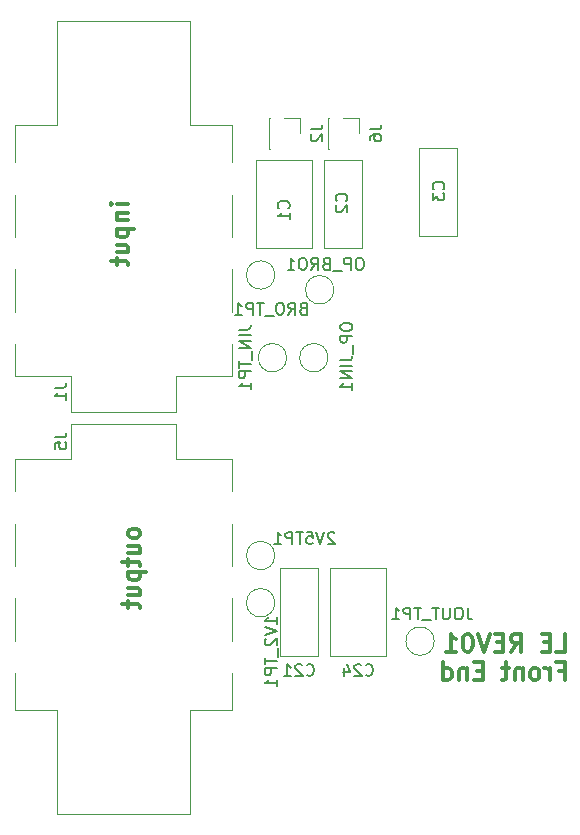
<source format=gbr>
%TF.GenerationSoftware,KiCad,Pcbnew,9.0.4*%
%TF.CreationDate,2025-09-24T19:41:08-07:00*%
%TF.ProjectId,LE_FRONTEND,4c455f46-524f-44e5-9445-4e442e6b6963,rev?*%
%TF.SameCoordinates,Original*%
%TF.FileFunction,Legend,Bot*%
%TF.FilePolarity,Positive*%
%FSLAX46Y46*%
G04 Gerber Fmt 4.6, Leading zero omitted, Abs format (unit mm)*
G04 Created by KiCad (PCBNEW 9.0.4) date 2025-09-24 19:41:08*
%MOMM*%
%LPD*%
G01*
G04 APERTURE LIST*
%ADD10C,0.300000*%
%ADD11C,0.150000*%
%ADD12C,0.120000*%
%ADD13R,1.700000X1.700000*%
%ADD14C,1.700000*%
%ADD15C,1.600000*%
%ADD16C,3.000000*%
%ADD17C,2.000000*%
G04 APERTURE END LIST*
D10*
X112531203Y-157385912D02*
X113245489Y-157385912D01*
X113245489Y-157385912D02*
X113245489Y-155885912D01*
X112031203Y-156600198D02*
X111531203Y-156600198D01*
X111316917Y-157385912D02*
X112031203Y-157385912D01*
X112031203Y-157385912D02*
X112031203Y-155885912D01*
X112031203Y-155885912D02*
X111316917Y-155885912D01*
X108674060Y-157385912D02*
X109174060Y-156671626D01*
X109531203Y-157385912D02*
X109531203Y-155885912D01*
X109531203Y-155885912D02*
X108959774Y-155885912D01*
X108959774Y-155885912D02*
X108816917Y-155957341D01*
X108816917Y-155957341D02*
X108745488Y-156028769D01*
X108745488Y-156028769D02*
X108674060Y-156171626D01*
X108674060Y-156171626D02*
X108674060Y-156385912D01*
X108674060Y-156385912D02*
X108745488Y-156528769D01*
X108745488Y-156528769D02*
X108816917Y-156600198D01*
X108816917Y-156600198D02*
X108959774Y-156671626D01*
X108959774Y-156671626D02*
X109531203Y-156671626D01*
X108031203Y-156600198D02*
X107531203Y-156600198D01*
X107316917Y-157385912D02*
X108031203Y-157385912D01*
X108031203Y-157385912D02*
X108031203Y-155885912D01*
X108031203Y-155885912D02*
X107316917Y-155885912D01*
X106888345Y-155885912D02*
X106388345Y-157385912D01*
X106388345Y-157385912D02*
X105888345Y-155885912D01*
X105102631Y-155885912D02*
X104959774Y-155885912D01*
X104959774Y-155885912D02*
X104816917Y-155957341D01*
X104816917Y-155957341D02*
X104745489Y-156028769D01*
X104745489Y-156028769D02*
X104674060Y-156171626D01*
X104674060Y-156171626D02*
X104602631Y-156457341D01*
X104602631Y-156457341D02*
X104602631Y-156814484D01*
X104602631Y-156814484D02*
X104674060Y-157100198D01*
X104674060Y-157100198D02*
X104745489Y-157243055D01*
X104745489Y-157243055D02*
X104816917Y-157314484D01*
X104816917Y-157314484D02*
X104959774Y-157385912D01*
X104959774Y-157385912D02*
X105102631Y-157385912D01*
X105102631Y-157385912D02*
X105245489Y-157314484D01*
X105245489Y-157314484D02*
X105316917Y-157243055D01*
X105316917Y-157243055D02*
X105388346Y-157100198D01*
X105388346Y-157100198D02*
X105459774Y-156814484D01*
X105459774Y-156814484D02*
X105459774Y-156457341D01*
X105459774Y-156457341D02*
X105388346Y-156171626D01*
X105388346Y-156171626D02*
X105316917Y-156028769D01*
X105316917Y-156028769D02*
X105245489Y-155957341D01*
X105245489Y-155957341D02*
X105102631Y-155885912D01*
X103174060Y-157385912D02*
X104031203Y-157385912D01*
X103602632Y-157385912D02*
X103602632Y-155885912D01*
X103602632Y-155885912D02*
X103745489Y-156100198D01*
X103745489Y-156100198D02*
X103888346Y-156243055D01*
X103888346Y-156243055D02*
X104031203Y-156314484D01*
X112745489Y-159015114D02*
X113245489Y-159015114D01*
X113245489Y-159800828D02*
X113245489Y-158300828D01*
X113245489Y-158300828D02*
X112531203Y-158300828D01*
X111959775Y-159800828D02*
X111959775Y-158800828D01*
X111959775Y-159086542D02*
X111888346Y-158943685D01*
X111888346Y-158943685D02*
X111816918Y-158872257D01*
X111816918Y-158872257D02*
X111674060Y-158800828D01*
X111674060Y-158800828D02*
X111531203Y-158800828D01*
X110816918Y-159800828D02*
X110959775Y-159729400D01*
X110959775Y-159729400D02*
X111031204Y-159657971D01*
X111031204Y-159657971D02*
X111102632Y-159515114D01*
X111102632Y-159515114D02*
X111102632Y-159086542D01*
X111102632Y-159086542D02*
X111031204Y-158943685D01*
X111031204Y-158943685D02*
X110959775Y-158872257D01*
X110959775Y-158872257D02*
X110816918Y-158800828D01*
X110816918Y-158800828D02*
X110602632Y-158800828D01*
X110602632Y-158800828D02*
X110459775Y-158872257D01*
X110459775Y-158872257D02*
X110388347Y-158943685D01*
X110388347Y-158943685D02*
X110316918Y-159086542D01*
X110316918Y-159086542D02*
X110316918Y-159515114D01*
X110316918Y-159515114D02*
X110388347Y-159657971D01*
X110388347Y-159657971D02*
X110459775Y-159729400D01*
X110459775Y-159729400D02*
X110602632Y-159800828D01*
X110602632Y-159800828D02*
X110816918Y-159800828D01*
X109674061Y-158800828D02*
X109674061Y-159800828D01*
X109674061Y-158943685D02*
X109602632Y-158872257D01*
X109602632Y-158872257D02*
X109459775Y-158800828D01*
X109459775Y-158800828D02*
X109245489Y-158800828D01*
X109245489Y-158800828D02*
X109102632Y-158872257D01*
X109102632Y-158872257D02*
X109031204Y-159015114D01*
X109031204Y-159015114D02*
X109031204Y-159800828D01*
X108531203Y-158800828D02*
X107959775Y-158800828D01*
X108316918Y-158300828D02*
X108316918Y-159586542D01*
X108316918Y-159586542D02*
X108245489Y-159729400D01*
X108245489Y-159729400D02*
X108102632Y-159800828D01*
X108102632Y-159800828D02*
X107959775Y-159800828D01*
X106316918Y-159015114D02*
X105816918Y-159015114D01*
X105602632Y-159800828D02*
X106316918Y-159800828D01*
X106316918Y-159800828D02*
X106316918Y-158300828D01*
X106316918Y-158300828D02*
X105602632Y-158300828D01*
X104959775Y-158800828D02*
X104959775Y-159800828D01*
X104959775Y-158943685D02*
X104888346Y-158872257D01*
X104888346Y-158872257D02*
X104745489Y-158800828D01*
X104745489Y-158800828D02*
X104531203Y-158800828D01*
X104531203Y-158800828D02*
X104388346Y-158872257D01*
X104388346Y-158872257D02*
X104316918Y-159015114D01*
X104316918Y-159015114D02*
X104316918Y-159800828D01*
X102959775Y-159800828D02*
X102959775Y-158300828D01*
X102959775Y-159729400D02*
X103102632Y-159800828D01*
X103102632Y-159800828D02*
X103388346Y-159800828D01*
X103388346Y-159800828D02*
X103531203Y-159729400D01*
X103531203Y-159729400D02*
X103602632Y-159657971D01*
X103602632Y-159657971D02*
X103674060Y-159515114D01*
X103674060Y-159515114D02*
X103674060Y-159086542D01*
X103674060Y-159086542D02*
X103602632Y-158943685D01*
X103602632Y-158943685D02*
X103531203Y-158872257D01*
X103531203Y-158872257D02*
X103388346Y-158800828D01*
X103388346Y-158800828D02*
X103102632Y-158800828D01*
X103102632Y-158800828D02*
X102959775Y-158872257D01*
X76300828Y-119516916D02*
X75300828Y-119516916D01*
X74800828Y-119516916D02*
X74872257Y-119445488D01*
X74872257Y-119445488D02*
X74943685Y-119516916D01*
X74943685Y-119516916D02*
X74872257Y-119588345D01*
X74872257Y-119588345D02*
X74800828Y-119516916D01*
X74800828Y-119516916D02*
X74943685Y-119516916D01*
X75300828Y-120231202D02*
X76300828Y-120231202D01*
X75443685Y-120231202D02*
X75372257Y-120302631D01*
X75372257Y-120302631D02*
X75300828Y-120445488D01*
X75300828Y-120445488D02*
X75300828Y-120659774D01*
X75300828Y-120659774D02*
X75372257Y-120802631D01*
X75372257Y-120802631D02*
X75515114Y-120874060D01*
X75515114Y-120874060D02*
X76300828Y-120874060D01*
X75300828Y-121588345D02*
X76800828Y-121588345D01*
X75372257Y-121588345D02*
X75300828Y-121731203D01*
X75300828Y-121731203D02*
X75300828Y-122016917D01*
X75300828Y-122016917D02*
X75372257Y-122159774D01*
X75372257Y-122159774D02*
X75443685Y-122231203D01*
X75443685Y-122231203D02*
X75586542Y-122302631D01*
X75586542Y-122302631D02*
X76015114Y-122302631D01*
X76015114Y-122302631D02*
X76157971Y-122231203D01*
X76157971Y-122231203D02*
X76229400Y-122159774D01*
X76229400Y-122159774D02*
X76300828Y-122016917D01*
X76300828Y-122016917D02*
X76300828Y-121731203D01*
X76300828Y-121731203D02*
X76229400Y-121588345D01*
X75300828Y-123588346D02*
X76300828Y-123588346D01*
X75300828Y-122945488D02*
X76086542Y-122945488D01*
X76086542Y-122945488D02*
X76229400Y-123016917D01*
X76229400Y-123016917D02*
X76300828Y-123159774D01*
X76300828Y-123159774D02*
X76300828Y-123374060D01*
X76300828Y-123374060D02*
X76229400Y-123516917D01*
X76229400Y-123516917D02*
X76157971Y-123588346D01*
X75300828Y-124088346D02*
X75300828Y-124659774D01*
X74800828Y-124302631D02*
X76086542Y-124302631D01*
X76086542Y-124302631D02*
X76229400Y-124374060D01*
X76229400Y-124374060D02*
X76300828Y-124516917D01*
X76300828Y-124516917D02*
X76300828Y-124659774D01*
X77300828Y-147268796D02*
X77229400Y-147125939D01*
X77229400Y-147125939D02*
X77157971Y-147054510D01*
X77157971Y-147054510D02*
X77015114Y-146983082D01*
X77015114Y-146983082D02*
X76586542Y-146983082D01*
X76586542Y-146983082D02*
X76443685Y-147054510D01*
X76443685Y-147054510D02*
X76372257Y-147125939D01*
X76372257Y-147125939D02*
X76300828Y-147268796D01*
X76300828Y-147268796D02*
X76300828Y-147483082D01*
X76300828Y-147483082D02*
X76372257Y-147625939D01*
X76372257Y-147625939D02*
X76443685Y-147697368D01*
X76443685Y-147697368D02*
X76586542Y-147768796D01*
X76586542Y-147768796D02*
X77015114Y-147768796D01*
X77015114Y-147768796D02*
X77157971Y-147697368D01*
X77157971Y-147697368D02*
X77229400Y-147625939D01*
X77229400Y-147625939D02*
X77300828Y-147483082D01*
X77300828Y-147483082D02*
X77300828Y-147268796D01*
X76300828Y-149054511D02*
X77300828Y-149054511D01*
X76300828Y-148411653D02*
X77086542Y-148411653D01*
X77086542Y-148411653D02*
X77229400Y-148483082D01*
X77229400Y-148483082D02*
X77300828Y-148625939D01*
X77300828Y-148625939D02*
X77300828Y-148840225D01*
X77300828Y-148840225D02*
X77229400Y-148983082D01*
X77229400Y-148983082D02*
X77157971Y-149054511D01*
X76300828Y-149554511D02*
X76300828Y-150125939D01*
X75800828Y-149768796D02*
X77086542Y-149768796D01*
X77086542Y-149768796D02*
X77229400Y-149840225D01*
X77229400Y-149840225D02*
X77300828Y-149983082D01*
X77300828Y-149983082D02*
X77300828Y-150125939D01*
X76300828Y-150625939D02*
X77800828Y-150625939D01*
X76372257Y-150625939D02*
X76300828Y-150768797D01*
X76300828Y-150768797D02*
X76300828Y-151054511D01*
X76300828Y-151054511D02*
X76372257Y-151197368D01*
X76372257Y-151197368D02*
X76443685Y-151268797D01*
X76443685Y-151268797D02*
X76586542Y-151340225D01*
X76586542Y-151340225D02*
X77015114Y-151340225D01*
X77015114Y-151340225D02*
X77157971Y-151268797D01*
X77157971Y-151268797D02*
X77229400Y-151197368D01*
X77229400Y-151197368D02*
X77300828Y-151054511D01*
X77300828Y-151054511D02*
X77300828Y-150768797D01*
X77300828Y-150768797D02*
X77229400Y-150625939D01*
X76300828Y-152625940D02*
X77300828Y-152625940D01*
X76300828Y-151983082D02*
X77086542Y-151983082D01*
X77086542Y-151983082D02*
X77229400Y-152054511D01*
X77229400Y-152054511D02*
X77300828Y-152197368D01*
X77300828Y-152197368D02*
X77300828Y-152411654D01*
X77300828Y-152411654D02*
X77229400Y-152554511D01*
X77229400Y-152554511D02*
X77157971Y-152625940D01*
X76300828Y-153125940D02*
X76300828Y-153697368D01*
X75800828Y-153340225D02*
X77086542Y-153340225D01*
X77086542Y-153340225D02*
X77229400Y-153411654D01*
X77229400Y-153411654D02*
X77300828Y-153554511D01*
X77300828Y-153554511D02*
X77300828Y-153697368D01*
D11*
X94759580Y-119233333D02*
X94807200Y-119185714D01*
X94807200Y-119185714D02*
X94854819Y-119042857D01*
X94854819Y-119042857D02*
X94854819Y-118947619D01*
X94854819Y-118947619D02*
X94807200Y-118804762D01*
X94807200Y-118804762D02*
X94711961Y-118709524D01*
X94711961Y-118709524D02*
X94616723Y-118661905D01*
X94616723Y-118661905D02*
X94426247Y-118614286D01*
X94426247Y-118614286D02*
X94283390Y-118614286D01*
X94283390Y-118614286D02*
X94092914Y-118661905D01*
X94092914Y-118661905D02*
X93997676Y-118709524D01*
X93997676Y-118709524D02*
X93902438Y-118804762D01*
X93902438Y-118804762D02*
X93854819Y-118947619D01*
X93854819Y-118947619D02*
X93854819Y-119042857D01*
X93854819Y-119042857D02*
X93902438Y-119185714D01*
X93902438Y-119185714D02*
X93950057Y-119233333D01*
X93950057Y-119614286D02*
X93902438Y-119661905D01*
X93902438Y-119661905D02*
X93854819Y-119757143D01*
X93854819Y-119757143D02*
X93854819Y-119995238D01*
X93854819Y-119995238D02*
X93902438Y-120090476D01*
X93902438Y-120090476D02*
X93950057Y-120138095D01*
X93950057Y-120138095D02*
X94045295Y-120185714D01*
X94045295Y-120185714D02*
X94140533Y-120185714D01*
X94140533Y-120185714D02*
X94283390Y-120138095D01*
X94283390Y-120138095D02*
X94854819Y-119566667D01*
X94854819Y-119566667D02*
X94854819Y-120185714D01*
X70054819Y-139246666D02*
X70769104Y-139246666D01*
X70769104Y-139246666D02*
X70911961Y-139199047D01*
X70911961Y-139199047D02*
X71007200Y-139103809D01*
X71007200Y-139103809D02*
X71054819Y-138960952D01*
X71054819Y-138960952D02*
X71054819Y-138865714D01*
X70054819Y-140199047D02*
X70054819Y-139722857D01*
X70054819Y-139722857D02*
X70531009Y-139675238D01*
X70531009Y-139675238D02*
X70483390Y-139722857D01*
X70483390Y-139722857D02*
X70435771Y-139818095D01*
X70435771Y-139818095D02*
X70435771Y-140056190D01*
X70435771Y-140056190D02*
X70483390Y-140151428D01*
X70483390Y-140151428D02*
X70531009Y-140199047D01*
X70531009Y-140199047D02*
X70626247Y-140246666D01*
X70626247Y-140246666D02*
X70864342Y-140246666D01*
X70864342Y-140246666D02*
X70959580Y-140199047D01*
X70959580Y-140199047D02*
X71007200Y-140151428D01*
X71007200Y-140151428D02*
X71054819Y-140056190D01*
X71054819Y-140056190D02*
X71054819Y-139818095D01*
X71054819Y-139818095D02*
X71007200Y-139722857D01*
X71007200Y-139722857D02*
X70959580Y-139675238D01*
X85654819Y-130142857D02*
X86369104Y-130142857D01*
X86369104Y-130142857D02*
X86511961Y-130095238D01*
X86511961Y-130095238D02*
X86607200Y-130000000D01*
X86607200Y-130000000D02*
X86654819Y-129857143D01*
X86654819Y-129857143D02*
X86654819Y-129761905D01*
X86654819Y-130619048D02*
X85654819Y-130619048D01*
X86654819Y-131095238D02*
X85654819Y-131095238D01*
X85654819Y-131095238D02*
X86654819Y-131666666D01*
X86654819Y-131666666D02*
X85654819Y-131666666D01*
X86750057Y-131904762D02*
X86750057Y-132666666D01*
X85654819Y-132761905D02*
X85654819Y-133333333D01*
X86654819Y-133047619D02*
X85654819Y-133047619D01*
X86654819Y-133666667D02*
X85654819Y-133666667D01*
X85654819Y-133666667D02*
X85654819Y-134047619D01*
X85654819Y-134047619D02*
X85702438Y-134142857D01*
X85702438Y-134142857D02*
X85750057Y-134190476D01*
X85750057Y-134190476D02*
X85845295Y-134238095D01*
X85845295Y-134238095D02*
X85988152Y-134238095D01*
X85988152Y-134238095D02*
X86083390Y-134190476D01*
X86083390Y-134190476D02*
X86131009Y-134142857D01*
X86131009Y-134142857D02*
X86178628Y-134047619D01*
X86178628Y-134047619D02*
X86178628Y-133666667D01*
X86654819Y-135190476D02*
X86654819Y-134619048D01*
X86654819Y-134904762D02*
X85654819Y-134904762D01*
X85654819Y-134904762D02*
X85797676Y-134809524D01*
X85797676Y-134809524D02*
X85892914Y-134714286D01*
X85892914Y-134714286D02*
X85940533Y-134619048D01*
X91392857Y-159359580D02*
X91440476Y-159407200D01*
X91440476Y-159407200D02*
X91583333Y-159454819D01*
X91583333Y-159454819D02*
X91678571Y-159454819D01*
X91678571Y-159454819D02*
X91821428Y-159407200D01*
X91821428Y-159407200D02*
X91916666Y-159311961D01*
X91916666Y-159311961D02*
X91964285Y-159216723D01*
X91964285Y-159216723D02*
X92011904Y-159026247D01*
X92011904Y-159026247D02*
X92011904Y-158883390D01*
X92011904Y-158883390D02*
X91964285Y-158692914D01*
X91964285Y-158692914D02*
X91916666Y-158597676D01*
X91916666Y-158597676D02*
X91821428Y-158502438D01*
X91821428Y-158502438D02*
X91678571Y-158454819D01*
X91678571Y-158454819D02*
X91583333Y-158454819D01*
X91583333Y-158454819D02*
X91440476Y-158502438D01*
X91440476Y-158502438D02*
X91392857Y-158550057D01*
X91011904Y-158550057D02*
X90964285Y-158502438D01*
X90964285Y-158502438D02*
X90869047Y-158454819D01*
X90869047Y-158454819D02*
X90630952Y-158454819D01*
X90630952Y-158454819D02*
X90535714Y-158502438D01*
X90535714Y-158502438D02*
X90488095Y-158550057D01*
X90488095Y-158550057D02*
X90440476Y-158645295D01*
X90440476Y-158645295D02*
X90440476Y-158740533D01*
X90440476Y-158740533D02*
X90488095Y-158883390D01*
X90488095Y-158883390D02*
X91059523Y-159454819D01*
X91059523Y-159454819D02*
X90440476Y-159454819D01*
X89488095Y-159454819D02*
X90059523Y-159454819D01*
X89773809Y-159454819D02*
X89773809Y-158454819D01*
X89773809Y-158454819D02*
X89869047Y-158597676D01*
X89869047Y-158597676D02*
X89964285Y-158692914D01*
X89964285Y-158692914D02*
X90059523Y-158740533D01*
X96392857Y-159359580D02*
X96440476Y-159407200D01*
X96440476Y-159407200D02*
X96583333Y-159454819D01*
X96583333Y-159454819D02*
X96678571Y-159454819D01*
X96678571Y-159454819D02*
X96821428Y-159407200D01*
X96821428Y-159407200D02*
X96916666Y-159311961D01*
X96916666Y-159311961D02*
X96964285Y-159216723D01*
X96964285Y-159216723D02*
X97011904Y-159026247D01*
X97011904Y-159026247D02*
X97011904Y-158883390D01*
X97011904Y-158883390D02*
X96964285Y-158692914D01*
X96964285Y-158692914D02*
X96916666Y-158597676D01*
X96916666Y-158597676D02*
X96821428Y-158502438D01*
X96821428Y-158502438D02*
X96678571Y-158454819D01*
X96678571Y-158454819D02*
X96583333Y-158454819D01*
X96583333Y-158454819D02*
X96440476Y-158502438D01*
X96440476Y-158502438D02*
X96392857Y-158550057D01*
X96011904Y-158550057D02*
X95964285Y-158502438D01*
X95964285Y-158502438D02*
X95869047Y-158454819D01*
X95869047Y-158454819D02*
X95630952Y-158454819D01*
X95630952Y-158454819D02*
X95535714Y-158502438D01*
X95535714Y-158502438D02*
X95488095Y-158550057D01*
X95488095Y-158550057D02*
X95440476Y-158645295D01*
X95440476Y-158645295D02*
X95440476Y-158740533D01*
X95440476Y-158740533D02*
X95488095Y-158883390D01*
X95488095Y-158883390D02*
X96059523Y-159454819D01*
X96059523Y-159454819D02*
X95440476Y-159454819D01*
X94583333Y-158788152D02*
X94583333Y-159454819D01*
X94821428Y-158407200D02*
X95059523Y-159121485D01*
X95059523Y-159121485D02*
X94440476Y-159121485D01*
X70054819Y-135066666D02*
X70769104Y-135066666D01*
X70769104Y-135066666D02*
X70911961Y-135019047D01*
X70911961Y-135019047D02*
X71007200Y-134923809D01*
X71007200Y-134923809D02*
X71054819Y-134780952D01*
X71054819Y-134780952D02*
X71054819Y-134685714D01*
X71054819Y-136066666D02*
X71054819Y-135495238D01*
X71054819Y-135780952D02*
X70054819Y-135780952D01*
X70054819Y-135780952D02*
X70197676Y-135685714D01*
X70197676Y-135685714D02*
X70292914Y-135590476D01*
X70292914Y-135590476D02*
X70340533Y-135495238D01*
X88854819Y-155042856D02*
X88854819Y-154471428D01*
X88854819Y-154757142D02*
X87854819Y-154757142D01*
X87854819Y-154757142D02*
X87997676Y-154661904D01*
X87997676Y-154661904D02*
X88092914Y-154566666D01*
X88092914Y-154566666D02*
X88140533Y-154471428D01*
X87854819Y-155328571D02*
X88854819Y-155661904D01*
X88854819Y-155661904D02*
X87854819Y-155995237D01*
X87950057Y-156280952D02*
X87902438Y-156328571D01*
X87902438Y-156328571D02*
X87854819Y-156423809D01*
X87854819Y-156423809D02*
X87854819Y-156661904D01*
X87854819Y-156661904D02*
X87902438Y-156757142D01*
X87902438Y-156757142D02*
X87950057Y-156804761D01*
X87950057Y-156804761D02*
X88045295Y-156852380D01*
X88045295Y-156852380D02*
X88140533Y-156852380D01*
X88140533Y-156852380D02*
X88283390Y-156804761D01*
X88283390Y-156804761D02*
X88854819Y-156233333D01*
X88854819Y-156233333D02*
X88854819Y-156852380D01*
X88950057Y-157042857D02*
X88950057Y-157804761D01*
X87854819Y-157900000D02*
X87854819Y-158471428D01*
X88854819Y-158185714D02*
X87854819Y-158185714D01*
X88854819Y-158804762D02*
X87854819Y-158804762D01*
X87854819Y-158804762D02*
X87854819Y-159185714D01*
X87854819Y-159185714D02*
X87902438Y-159280952D01*
X87902438Y-159280952D02*
X87950057Y-159328571D01*
X87950057Y-159328571D02*
X88045295Y-159376190D01*
X88045295Y-159376190D02*
X88188152Y-159376190D01*
X88188152Y-159376190D02*
X88283390Y-159328571D01*
X88283390Y-159328571D02*
X88331009Y-159280952D01*
X88331009Y-159280952D02*
X88378628Y-159185714D01*
X88378628Y-159185714D02*
X88378628Y-158804762D01*
X88854819Y-160328571D02*
X88854819Y-159757143D01*
X88854819Y-160042857D02*
X87854819Y-160042857D01*
X87854819Y-160042857D02*
X87997676Y-159947619D01*
X87997676Y-159947619D02*
X88092914Y-159852381D01*
X88092914Y-159852381D02*
X88140533Y-159757143D01*
X95976190Y-124054819D02*
X95785714Y-124054819D01*
X95785714Y-124054819D02*
X95690476Y-124102438D01*
X95690476Y-124102438D02*
X95595238Y-124197676D01*
X95595238Y-124197676D02*
X95547619Y-124388152D01*
X95547619Y-124388152D02*
X95547619Y-124721485D01*
X95547619Y-124721485D02*
X95595238Y-124911961D01*
X95595238Y-124911961D02*
X95690476Y-125007200D01*
X95690476Y-125007200D02*
X95785714Y-125054819D01*
X95785714Y-125054819D02*
X95976190Y-125054819D01*
X95976190Y-125054819D02*
X96071428Y-125007200D01*
X96071428Y-125007200D02*
X96166666Y-124911961D01*
X96166666Y-124911961D02*
X96214285Y-124721485D01*
X96214285Y-124721485D02*
X96214285Y-124388152D01*
X96214285Y-124388152D02*
X96166666Y-124197676D01*
X96166666Y-124197676D02*
X96071428Y-124102438D01*
X96071428Y-124102438D02*
X95976190Y-124054819D01*
X95119047Y-125054819D02*
X95119047Y-124054819D01*
X95119047Y-124054819D02*
X94738095Y-124054819D01*
X94738095Y-124054819D02*
X94642857Y-124102438D01*
X94642857Y-124102438D02*
X94595238Y-124150057D01*
X94595238Y-124150057D02*
X94547619Y-124245295D01*
X94547619Y-124245295D02*
X94547619Y-124388152D01*
X94547619Y-124388152D02*
X94595238Y-124483390D01*
X94595238Y-124483390D02*
X94642857Y-124531009D01*
X94642857Y-124531009D02*
X94738095Y-124578628D01*
X94738095Y-124578628D02*
X95119047Y-124578628D01*
X94357143Y-125150057D02*
X93595238Y-125150057D01*
X93023809Y-124531009D02*
X92880952Y-124578628D01*
X92880952Y-124578628D02*
X92833333Y-124626247D01*
X92833333Y-124626247D02*
X92785714Y-124721485D01*
X92785714Y-124721485D02*
X92785714Y-124864342D01*
X92785714Y-124864342D02*
X92833333Y-124959580D01*
X92833333Y-124959580D02*
X92880952Y-125007200D01*
X92880952Y-125007200D02*
X92976190Y-125054819D01*
X92976190Y-125054819D02*
X93357142Y-125054819D01*
X93357142Y-125054819D02*
X93357142Y-124054819D01*
X93357142Y-124054819D02*
X93023809Y-124054819D01*
X93023809Y-124054819D02*
X92928571Y-124102438D01*
X92928571Y-124102438D02*
X92880952Y-124150057D01*
X92880952Y-124150057D02*
X92833333Y-124245295D01*
X92833333Y-124245295D02*
X92833333Y-124340533D01*
X92833333Y-124340533D02*
X92880952Y-124435771D01*
X92880952Y-124435771D02*
X92928571Y-124483390D01*
X92928571Y-124483390D02*
X93023809Y-124531009D01*
X93023809Y-124531009D02*
X93357142Y-124531009D01*
X91785714Y-125054819D02*
X92119047Y-124578628D01*
X92357142Y-125054819D02*
X92357142Y-124054819D01*
X92357142Y-124054819D02*
X91976190Y-124054819D01*
X91976190Y-124054819D02*
X91880952Y-124102438D01*
X91880952Y-124102438D02*
X91833333Y-124150057D01*
X91833333Y-124150057D02*
X91785714Y-124245295D01*
X91785714Y-124245295D02*
X91785714Y-124388152D01*
X91785714Y-124388152D02*
X91833333Y-124483390D01*
X91833333Y-124483390D02*
X91880952Y-124531009D01*
X91880952Y-124531009D02*
X91976190Y-124578628D01*
X91976190Y-124578628D02*
X92357142Y-124578628D01*
X91166666Y-124054819D02*
X90976190Y-124054819D01*
X90976190Y-124054819D02*
X90880952Y-124102438D01*
X90880952Y-124102438D02*
X90785714Y-124197676D01*
X90785714Y-124197676D02*
X90738095Y-124388152D01*
X90738095Y-124388152D02*
X90738095Y-124721485D01*
X90738095Y-124721485D02*
X90785714Y-124911961D01*
X90785714Y-124911961D02*
X90880952Y-125007200D01*
X90880952Y-125007200D02*
X90976190Y-125054819D01*
X90976190Y-125054819D02*
X91166666Y-125054819D01*
X91166666Y-125054819D02*
X91261904Y-125007200D01*
X91261904Y-125007200D02*
X91357142Y-124911961D01*
X91357142Y-124911961D02*
X91404761Y-124721485D01*
X91404761Y-124721485D02*
X91404761Y-124388152D01*
X91404761Y-124388152D02*
X91357142Y-124197676D01*
X91357142Y-124197676D02*
X91261904Y-124102438D01*
X91261904Y-124102438D02*
X91166666Y-124054819D01*
X89785714Y-125054819D02*
X90357142Y-125054819D01*
X90071428Y-125054819D02*
X90071428Y-124054819D01*
X90071428Y-124054819D02*
X90166666Y-124197676D01*
X90166666Y-124197676D02*
X90261904Y-124292914D01*
X90261904Y-124292914D02*
X90357142Y-124340533D01*
X105023809Y-153654819D02*
X105023809Y-154369104D01*
X105023809Y-154369104D02*
X105071428Y-154511961D01*
X105071428Y-154511961D02*
X105166666Y-154607200D01*
X105166666Y-154607200D02*
X105309523Y-154654819D01*
X105309523Y-154654819D02*
X105404761Y-154654819D01*
X104357142Y-153654819D02*
X104166666Y-153654819D01*
X104166666Y-153654819D02*
X104071428Y-153702438D01*
X104071428Y-153702438D02*
X103976190Y-153797676D01*
X103976190Y-153797676D02*
X103928571Y-153988152D01*
X103928571Y-153988152D02*
X103928571Y-154321485D01*
X103928571Y-154321485D02*
X103976190Y-154511961D01*
X103976190Y-154511961D02*
X104071428Y-154607200D01*
X104071428Y-154607200D02*
X104166666Y-154654819D01*
X104166666Y-154654819D02*
X104357142Y-154654819D01*
X104357142Y-154654819D02*
X104452380Y-154607200D01*
X104452380Y-154607200D02*
X104547618Y-154511961D01*
X104547618Y-154511961D02*
X104595237Y-154321485D01*
X104595237Y-154321485D02*
X104595237Y-153988152D01*
X104595237Y-153988152D02*
X104547618Y-153797676D01*
X104547618Y-153797676D02*
X104452380Y-153702438D01*
X104452380Y-153702438D02*
X104357142Y-153654819D01*
X103499999Y-153654819D02*
X103499999Y-154464342D01*
X103499999Y-154464342D02*
X103452380Y-154559580D01*
X103452380Y-154559580D02*
X103404761Y-154607200D01*
X103404761Y-154607200D02*
X103309523Y-154654819D01*
X103309523Y-154654819D02*
X103119047Y-154654819D01*
X103119047Y-154654819D02*
X103023809Y-154607200D01*
X103023809Y-154607200D02*
X102976190Y-154559580D01*
X102976190Y-154559580D02*
X102928571Y-154464342D01*
X102928571Y-154464342D02*
X102928571Y-153654819D01*
X102595237Y-153654819D02*
X102023809Y-153654819D01*
X102309523Y-154654819D02*
X102309523Y-153654819D01*
X101928571Y-154750057D02*
X101166666Y-154750057D01*
X101071427Y-153654819D02*
X100499999Y-153654819D01*
X100785713Y-154654819D02*
X100785713Y-153654819D01*
X100166665Y-154654819D02*
X100166665Y-153654819D01*
X100166665Y-153654819D02*
X99785713Y-153654819D01*
X99785713Y-153654819D02*
X99690475Y-153702438D01*
X99690475Y-153702438D02*
X99642856Y-153750057D01*
X99642856Y-153750057D02*
X99595237Y-153845295D01*
X99595237Y-153845295D02*
X99595237Y-153988152D01*
X99595237Y-153988152D02*
X99642856Y-154083390D01*
X99642856Y-154083390D02*
X99690475Y-154131009D01*
X99690475Y-154131009D02*
X99785713Y-154178628D01*
X99785713Y-154178628D02*
X100166665Y-154178628D01*
X98642856Y-154654819D02*
X99214284Y-154654819D01*
X98928570Y-154654819D02*
X98928570Y-153654819D01*
X98928570Y-153654819D02*
X99023808Y-153797676D01*
X99023808Y-153797676D02*
X99119046Y-153892914D01*
X99119046Y-153892914D02*
X99214284Y-153940533D01*
X93747618Y-147350057D02*
X93699999Y-147302438D01*
X93699999Y-147302438D02*
X93604761Y-147254819D01*
X93604761Y-147254819D02*
X93366666Y-147254819D01*
X93366666Y-147254819D02*
X93271428Y-147302438D01*
X93271428Y-147302438D02*
X93223809Y-147350057D01*
X93223809Y-147350057D02*
X93176190Y-147445295D01*
X93176190Y-147445295D02*
X93176190Y-147540533D01*
X93176190Y-147540533D02*
X93223809Y-147683390D01*
X93223809Y-147683390D02*
X93795237Y-148254819D01*
X93795237Y-148254819D02*
X93176190Y-148254819D01*
X92890475Y-147254819D02*
X92557142Y-148254819D01*
X92557142Y-148254819D02*
X92223809Y-147254819D01*
X91414285Y-147254819D02*
X91890475Y-147254819D01*
X91890475Y-147254819D02*
X91938094Y-147731009D01*
X91938094Y-147731009D02*
X91890475Y-147683390D01*
X91890475Y-147683390D02*
X91795237Y-147635771D01*
X91795237Y-147635771D02*
X91557142Y-147635771D01*
X91557142Y-147635771D02*
X91461904Y-147683390D01*
X91461904Y-147683390D02*
X91414285Y-147731009D01*
X91414285Y-147731009D02*
X91366666Y-147826247D01*
X91366666Y-147826247D02*
X91366666Y-148064342D01*
X91366666Y-148064342D02*
X91414285Y-148159580D01*
X91414285Y-148159580D02*
X91461904Y-148207200D01*
X91461904Y-148207200D02*
X91557142Y-148254819D01*
X91557142Y-148254819D02*
X91795237Y-148254819D01*
X91795237Y-148254819D02*
X91890475Y-148207200D01*
X91890475Y-148207200D02*
X91938094Y-148159580D01*
X91080951Y-147254819D02*
X90509523Y-147254819D01*
X90795237Y-148254819D02*
X90795237Y-147254819D01*
X90176189Y-148254819D02*
X90176189Y-147254819D01*
X90176189Y-147254819D02*
X89795237Y-147254819D01*
X89795237Y-147254819D02*
X89699999Y-147302438D01*
X89699999Y-147302438D02*
X89652380Y-147350057D01*
X89652380Y-147350057D02*
X89604761Y-147445295D01*
X89604761Y-147445295D02*
X89604761Y-147588152D01*
X89604761Y-147588152D02*
X89652380Y-147683390D01*
X89652380Y-147683390D02*
X89699999Y-147731009D01*
X89699999Y-147731009D02*
X89795237Y-147778628D01*
X89795237Y-147778628D02*
X90176189Y-147778628D01*
X88652380Y-148254819D02*
X89223808Y-148254819D01*
X88938094Y-148254819D02*
X88938094Y-147254819D01*
X88938094Y-147254819D02*
X89033332Y-147397676D01*
X89033332Y-147397676D02*
X89128570Y-147492914D01*
X89128570Y-147492914D02*
X89223808Y-147540533D01*
X89859580Y-119833333D02*
X89907200Y-119785714D01*
X89907200Y-119785714D02*
X89954819Y-119642857D01*
X89954819Y-119642857D02*
X89954819Y-119547619D01*
X89954819Y-119547619D02*
X89907200Y-119404762D01*
X89907200Y-119404762D02*
X89811961Y-119309524D01*
X89811961Y-119309524D02*
X89716723Y-119261905D01*
X89716723Y-119261905D02*
X89526247Y-119214286D01*
X89526247Y-119214286D02*
X89383390Y-119214286D01*
X89383390Y-119214286D02*
X89192914Y-119261905D01*
X89192914Y-119261905D02*
X89097676Y-119309524D01*
X89097676Y-119309524D02*
X89002438Y-119404762D01*
X89002438Y-119404762D02*
X88954819Y-119547619D01*
X88954819Y-119547619D02*
X88954819Y-119642857D01*
X88954819Y-119642857D02*
X89002438Y-119785714D01*
X89002438Y-119785714D02*
X89050057Y-119833333D01*
X89954819Y-120785714D02*
X89954819Y-120214286D01*
X89954819Y-120500000D02*
X88954819Y-120500000D01*
X88954819Y-120500000D02*
X89097676Y-120404762D01*
X89097676Y-120404762D02*
X89192914Y-120309524D01*
X89192914Y-120309524D02*
X89240533Y-120214286D01*
X91090476Y-128331009D02*
X90947619Y-128378628D01*
X90947619Y-128378628D02*
X90900000Y-128426247D01*
X90900000Y-128426247D02*
X90852381Y-128521485D01*
X90852381Y-128521485D02*
X90852381Y-128664342D01*
X90852381Y-128664342D02*
X90900000Y-128759580D01*
X90900000Y-128759580D02*
X90947619Y-128807200D01*
X90947619Y-128807200D02*
X91042857Y-128854819D01*
X91042857Y-128854819D02*
X91423809Y-128854819D01*
X91423809Y-128854819D02*
X91423809Y-127854819D01*
X91423809Y-127854819D02*
X91090476Y-127854819D01*
X91090476Y-127854819D02*
X90995238Y-127902438D01*
X90995238Y-127902438D02*
X90947619Y-127950057D01*
X90947619Y-127950057D02*
X90900000Y-128045295D01*
X90900000Y-128045295D02*
X90900000Y-128140533D01*
X90900000Y-128140533D02*
X90947619Y-128235771D01*
X90947619Y-128235771D02*
X90995238Y-128283390D01*
X90995238Y-128283390D02*
X91090476Y-128331009D01*
X91090476Y-128331009D02*
X91423809Y-128331009D01*
X89852381Y-128854819D02*
X90185714Y-128378628D01*
X90423809Y-128854819D02*
X90423809Y-127854819D01*
X90423809Y-127854819D02*
X90042857Y-127854819D01*
X90042857Y-127854819D02*
X89947619Y-127902438D01*
X89947619Y-127902438D02*
X89900000Y-127950057D01*
X89900000Y-127950057D02*
X89852381Y-128045295D01*
X89852381Y-128045295D02*
X89852381Y-128188152D01*
X89852381Y-128188152D02*
X89900000Y-128283390D01*
X89900000Y-128283390D02*
X89947619Y-128331009D01*
X89947619Y-128331009D02*
X90042857Y-128378628D01*
X90042857Y-128378628D02*
X90423809Y-128378628D01*
X89233333Y-127854819D02*
X89042857Y-127854819D01*
X89042857Y-127854819D02*
X88947619Y-127902438D01*
X88947619Y-127902438D02*
X88852381Y-127997676D01*
X88852381Y-127997676D02*
X88804762Y-128188152D01*
X88804762Y-128188152D02*
X88804762Y-128521485D01*
X88804762Y-128521485D02*
X88852381Y-128711961D01*
X88852381Y-128711961D02*
X88947619Y-128807200D01*
X88947619Y-128807200D02*
X89042857Y-128854819D01*
X89042857Y-128854819D02*
X89233333Y-128854819D01*
X89233333Y-128854819D02*
X89328571Y-128807200D01*
X89328571Y-128807200D02*
X89423809Y-128711961D01*
X89423809Y-128711961D02*
X89471428Y-128521485D01*
X89471428Y-128521485D02*
X89471428Y-128188152D01*
X89471428Y-128188152D02*
X89423809Y-127997676D01*
X89423809Y-127997676D02*
X89328571Y-127902438D01*
X89328571Y-127902438D02*
X89233333Y-127854819D01*
X88614286Y-128950057D02*
X87852381Y-128950057D01*
X87757142Y-127854819D02*
X87185714Y-127854819D01*
X87471428Y-128854819D02*
X87471428Y-127854819D01*
X86852380Y-128854819D02*
X86852380Y-127854819D01*
X86852380Y-127854819D02*
X86471428Y-127854819D01*
X86471428Y-127854819D02*
X86376190Y-127902438D01*
X86376190Y-127902438D02*
X86328571Y-127950057D01*
X86328571Y-127950057D02*
X86280952Y-128045295D01*
X86280952Y-128045295D02*
X86280952Y-128188152D01*
X86280952Y-128188152D02*
X86328571Y-128283390D01*
X86328571Y-128283390D02*
X86376190Y-128331009D01*
X86376190Y-128331009D02*
X86471428Y-128378628D01*
X86471428Y-128378628D02*
X86852380Y-128378628D01*
X85328571Y-128854819D02*
X85899999Y-128854819D01*
X85614285Y-128854819D02*
X85614285Y-127854819D01*
X85614285Y-127854819D02*
X85709523Y-127997676D01*
X85709523Y-127997676D02*
X85804761Y-128092914D01*
X85804761Y-128092914D02*
X85899999Y-128140533D01*
X91724819Y-113166666D02*
X92439104Y-113166666D01*
X92439104Y-113166666D02*
X92581961Y-113119047D01*
X92581961Y-113119047D02*
X92677200Y-113023809D01*
X92677200Y-113023809D02*
X92724819Y-112880952D01*
X92724819Y-112880952D02*
X92724819Y-112785714D01*
X91820057Y-113595238D02*
X91772438Y-113642857D01*
X91772438Y-113642857D02*
X91724819Y-113738095D01*
X91724819Y-113738095D02*
X91724819Y-113976190D01*
X91724819Y-113976190D02*
X91772438Y-114071428D01*
X91772438Y-114071428D02*
X91820057Y-114119047D01*
X91820057Y-114119047D02*
X91915295Y-114166666D01*
X91915295Y-114166666D02*
X92010533Y-114166666D01*
X92010533Y-114166666D02*
X92153390Y-114119047D01*
X92153390Y-114119047D02*
X92724819Y-113547619D01*
X92724819Y-113547619D02*
X92724819Y-114166666D01*
X102959580Y-118233333D02*
X103007200Y-118185714D01*
X103007200Y-118185714D02*
X103054819Y-118042857D01*
X103054819Y-118042857D02*
X103054819Y-117947619D01*
X103054819Y-117947619D02*
X103007200Y-117804762D01*
X103007200Y-117804762D02*
X102911961Y-117709524D01*
X102911961Y-117709524D02*
X102816723Y-117661905D01*
X102816723Y-117661905D02*
X102626247Y-117614286D01*
X102626247Y-117614286D02*
X102483390Y-117614286D01*
X102483390Y-117614286D02*
X102292914Y-117661905D01*
X102292914Y-117661905D02*
X102197676Y-117709524D01*
X102197676Y-117709524D02*
X102102438Y-117804762D01*
X102102438Y-117804762D02*
X102054819Y-117947619D01*
X102054819Y-117947619D02*
X102054819Y-118042857D01*
X102054819Y-118042857D02*
X102102438Y-118185714D01*
X102102438Y-118185714D02*
X102150057Y-118233333D01*
X102054819Y-118566667D02*
X102054819Y-119185714D01*
X102054819Y-119185714D02*
X102435771Y-118852381D01*
X102435771Y-118852381D02*
X102435771Y-118995238D01*
X102435771Y-118995238D02*
X102483390Y-119090476D01*
X102483390Y-119090476D02*
X102531009Y-119138095D01*
X102531009Y-119138095D02*
X102626247Y-119185714D01*
X102626247Y-119185714D02*
X102864342Y-119185714D01*
X102864342Y-119185714D02*
X102959580Y-119138095D01*
X102959580Y-119138095D02*
X103007200Y-119090476D01*
X103007200Y-119090476D02*
X103054819Y-118995238D01*
X103054819Y-118995238D02*
X103054819Y-118709524D01*
X103054819Y-118709524D02*
X103007200Y-118614286D01*
X103007200Y-118614286D02*
X102959580Y-118566667D01*
X96724819Y-113166666D02*
X97439104Y-113166666D01*
X97439104Y-113166666D02*
X97581961Y-113119047D01*
X97581961Y-113119047D02*
X97677200Y-113023809D01*
X97677200Y-113023809D02*
X97724819Y-112880952D01*
X97724819Y-112880952D02*
X97724819Y-112785714D01*
X96724819Y-114071428D02*
X96724819Y-113880952D01*
X96724819Y-113880952D02*
X96772438Y-113785714D01*
X96772438Y-113785714D02*
X96820057Y-113738095D01*
X96820057Y-113738095D02*
X96962914Y-113642857D01*
X96962914Y-113642857D02*
X97153390Y-113595238D01*
X97153390Y-113595238D02*
X97534342Y-113595238D01*
X97534342Y-113595238D02*
X97629580Y-113642857D01*
X97629580Y-113642857D02*
X97677200Y-113690476D01*
X97677200Y-113690476D02*
X97724819Y-113785714D01*
X97724819Y-113785714D02*
X97724819Y-113976190D01*
X97724819Y-113976190D02*
X97677200Y-114071428D01*
X97677200Y-114071428D02*
X97629580Y-114119047D01*
X97629580Y-114119047D02*
X97534342Y-114166666D01*
X97534342Y-114166666D02*
X97296247Y-114166666D01*
X97296247Y-114166666D02*
X97201009Y-114119047D01*
X97201009Y-114119047D02*
X97153390Y-114071428D01*
X97153390Y-114071428D02*
X97105771Y-113976190D01*
X97105771Y-113976190D02*
X97105771Y-113785714D01*
X97105771Y-113785714D02*
X97153390Y-113690476D01*
X97153390Y-113690476D02*
X97201009Y-113642857D01*
X97201009Y-113642857D02*
X97296247Y-113595238D01*
X94254819Y-129804762D02*
X94254819Y-129995238D01*
X94254819Y-129995238D02*
X94302438Y-130090476D01*
X94302438Y-130090476D02*
X94397676Y-130185714D01*
X94397676Y-130185714D02*
X94588152Y-130233333D01*
X94588152Y-130233333D02*
X94921485Y-130233333D01*
X94921485Y-130233333D02*
X95111961Y-130185714D01*
X95111961Y-130185714D02*
X95207200Y-130090476D01*
X95207200Y-130090476D02*
X95254819Y-129995238D01*
X95254819Y-129995238D02*
X95254819Y-129804762D01*
X95254819Y-129804762D02*
X95207200Y-129709524D01*
X95207200Y-129709524D02*
X95111961Y-129614286D01*
X95111961Y-129614286D02*
X94921485Y-129566667D01*
X94921485Y-129566667D02*
X94588152Y-129566667D01*
X94588152Y-129566667D02*
X94397676Y-129614286D01*
X94397676Y-129614286D02*
X94302438Y-129709524D01*
X94302438Y-129709524D02*
X94254819Y-129804762D01*
X95254819Y-130661905D02*
X94254819Y-130661905D01*
X94254819Y-130661905D02*
X94254819Y-131042857D01*
X94254819Y-131042857D02*
X94302438Y-131138095D01*
X94302438Y-131138095D02*
X94350057Y-131185714D01*
X94350057Y-131185714D02*
X94445295Y-131233333D01*
X94445295Y-131233333D02*
X94588152Y-131233333D01*
X94588152Y-131233333D02*
X94683390Y-131185714D01*
X94683390Y-131185714D02*
X94731009Y-131138095D01*
X94731009Y-131138095D02*
X94778628Y-131042857D01*
X94778628Y-131042857D02*
X94778628Y-130661905D01*
X95350057Y-131423810D02*
X95350057Y-132185714D01*
X94254819Y-132709524D02*
X94969104Y-132709524D01*
X94969104Y-132709524D02*
X95111961Y-132661905D01*
X95111961Y-132661905D02*
X95207200Y-132566667D01*
X95207200Y-132566667D02*
X95254819Y-132423810D01*
X95254819Y-132423810D02*
X95254819Y-132328572D01*
X95254819Y-133185715D02*
X94254819Y-133185715D01*
X95254819Y-133661905D02*
X94254819Y-133661905D01*
X94254819Y-133661905D02*
X95254819Y-134233333D01*
X95254819Y-134233333D02*
X94254819Y-134233333D01*
X95254819Y-135233333D02*
X95254819Y-134661905D01*
X95254819Y-134947619D02*
X94254819Y-134947619D01*
X94254819Y-134947619D02*
X94397676Y-134852381D01*
X94397676Y-134852381D02*
X94492914Y-134757143D01*
X94492914Y-134757143D02*
X94540533Y-134661905D01*
D12*
%TO.C,C2*%
X92880000Y-115780000D02*
X92880000Y-123220000D01*
X92880000Y-115780000D02*
X96120000Y-115780000D01*
X92880000Y-123220000D02*
X96120000Y-123220000D01*
X96120000Y-115780000D02*
X96120000Y-123220000D01*
%TO.C,J5*%
X66665000Y-141080000D02*
X66665000Y-143800000D01*
X66665000Y-146550000D02*
X66665000Y-150150000D01*
X66665000Y-152850000D02*
X66665000Y-156450000D01*
X66665000Y-162320000D02*
X66665000Y-159200000D01*
X70265000Y-162320000D02*
X66665000Y-162320000D01*
X70265000Y-162320000D02*
X70265000Y-171170000D01*
X71415000Y-138080000D02*
X71415000Y-141080000D01*
X71415000Y-141080000D02*
X66665000Y-141080000D01*
X80315000Y-138080000D02*
X71415000Y-138080000D01*
X80355000Y-138080000D02*
X80355000Y-141080000D01*
X81505000Y-162320000D02*
X81505000Y-171170000D01*
X81505000Y-171170000D02*
X70265000Y-171170000D01*
X85105000Y-141080000D02*
X80355000Y-141080000D01*
X85105000Y-143800000D02*
X85105000Y-141080000D01*
X85105000Y-150150000D02*
X85105000Y-146550000D01*
X85105000Y-156450000D02*
X85105000Y-152850000D01*
X85105000Y-162320000D02*
X81505000Y-162320000D01*
X85105000Y-162320000D02*
X85105000Y-159200000D01*
%TO.C,JIN_TP1*%
X89700000Y-132500000D02*
G75*
G02*
X87300000Y-132500000I-1200000J0D01*
G01*
X87300000Y-132500000D02*
G75*
G02*
X89700000Y-132500000I1200000J0D01*
G01*
%TO.C,C21*%
X89130000Y-157720000D02*
X89130000Y-150280000D01*
X92370000Y-150280000D02*
X89130000Y-150280000D01*
X92370000Y-157720000D02*
X89130000Y-157720000D01*
X92370000Y-157720000D02*
X92370000Y-150280000D01*
%TO.C,C24*%
X93380000Y-150280000D02*
X93380000Y-157720000D01*
X93380000Y-150280000D02*
X98120000Y-150280000D01*
X93380000Y-157720000D02*
X98120000Y-157720000D01*
X98120000Y-150280000D02*
X98120000Y-157720000D01*
%TO.C,J1*%
X66665000Y-112830000D02*
X66665000Y-115950000D01*
X66665000Y-112830000D02*
X70265000Y-112830000D01*
X66665000Y-118700000D02*
X66665000Y-122300000D01*
X66665000Y-125000000D02*
X66665000Y-128600000D01*
X66665000Y-131350000D02*
X66665000Y-134070000D01*
X66665000Y-134070000D02*
X71415000Y-134070000D01*
X70265000Y-103980000D02*
X81505000Y-103980000D01*
X70265000Y-112830000D02*
X70265000Y-103980000D01*
X71415000Y-137070000D02*
X71415000Y-134070000D01*
X71455000Y-137070000D02*
X80355000Y-137070000D01*
X80355000Y-134070000D02*
X85105000Y-134070000D01*
X80355000Y-137070000D02*
X80355000Y-134070000D01*
X81505000Y-112830000D02*
X81505000Y-103980000D01*
X81505000Y-112830000D02*
X85105000Y-112830000D01*
X85105000Y-112830000D02*
X85105000Y-115950000D01*
X85105000Y-122300000D02*
X85105000Y-118700000D01*
X85105000Y-128600000D02*
X85105000Y-125000000D01*
X85105000Y-134070000D02*
X85105000Y-131350000D01*
%TO.C,1V2_TP1*%
X88700000Y-153250000D02*
G75*
G02*
X86300000Y-153250000I-1200000J0D01*
G01*
X86300000Y-153250000D02*
G75*
G02*
X88700000Y-153250000I1200000J0D01*
G01*
%TO.C,OP_BRO1*%
X93700000Y-126750000D02*
G75*
G02*
X91300000Y-126750000I-1200000J0D01*
G01*
X91300000Y-126750000D02*
G75*
G02*
X93700000Y-126750000I1200000J0D01*
G01*
%TO.C,JOUT_TP1*%
X102200000Y-156500000D02*
G75*
G02*
X99800000Y-156500000I-1200000J0D01*
G01*
X99800000Y-156500000D02*
G75*
G02*
X102200000Y-156500000I1200000J0D01*
G01*
%TO.C,2V5TP1*%
X88700000Y-149250000D02*
G75*
G02*
X86300000Y-149250000I-1200000J0D01*
G01*
X86300000Y-149250000D02*
G75*
G02*
X88700000Y-149250000I1200000J0D01*
G01*
%TO.C,C1*%
X87130000Y-123220000D02*
X87130000Y-115780000D01*
X91870000Y-115780000D02*
X87130000Y-115780000D01*
X91870000Y-123220000D02*
X87130000Y-123220000D01*
X91870000Y-123220000D02*
X91870000Y-115780000D01*
%TO.C,BRO_TP1*%
X88700000Y-125500000D02*
G75*
G02*
X86300000Y-125500000I-1200000J0D01*
G01*
X86300000Y-125500000D02*
G75*
G02*
X88700000Y-125500000I1200000J0D01*
G01*
%TO.C,J2*%
X88170000Y-114830000D02*
X88170000Y-112170000D01*
X88290000Y-112170000D02*
X88170000Y-112170000D01*
X88290000Y-114830000D02*
X88170000Y-114830000D01*
X90830000Y-112170000D02*
X89500000Y-112170000D01*
X90830000Y-113500000D02*
X90830000Y-112170000D01*
%TO.C,C3*%
X100880000Y-114780000D02*
X100880000Y-122220000D01*
X100880000Y-114780000D02*
X104120000Y-114780000D01*
X100880000Y-122220000D02*
X104120000Y-122220000D01*
X104120000Y-114780000D02*
X104120000Y-122220000D01*
%TO.C,J6*%
X93170000Y-114830000D02*
X93170000Y-112170000D01*
X93290000Y-112170000D02*
X93170000Y-112170000D01*
X93290000Y-114830000D02*
X93170000Y-114830000D01*
X95830000Y-112170000D02*
X94500000Y-112170000D01*
X95830000Y-113500000D02*
X95830000Y-112170000D01*
%TO.C,OP_JIN1*%
X93200000Y-132500000D02*
G75*
G02*
X90800000Y-132500000I-1200000J0D01*
G01*
X90800000Y-132500000D02*
G75*
G02*
X93200000Y-132500000I1200000J0D01*
G01*
%TD*%
%LPC*%
D13*
%TO.C,J3*%
X112500000Y-146580000D03*
D14*
X112500000Y-144040000D03*
X112500000Y-141500000D03*
X112500000Y-138960000D03*
X112500000Y-136420000D03*
X112500000Y-133880000D03*
X112500000Y-131340000D03*
X112500000Y-128800000D03*
X112500000Y-126260000D03*
%TD*%
D15*
%TO.C,C2*%
X94500000Y-117000000D03*
X94500000Y-122000000D03*
%TD*%
D16*
%TO.C,J5*%
X67770000Y-151500000D03*
X84000000Y-151500000D03*
X67770000Y-157850000D03*
X84000000Y-157850000D03*
X67770000Y-145150000D03*
X84000000Y-145150000D03*
%TD*%
D17*
%TO.C,JIN_TP1*%
X88500000Y-132500000D03*
%TD*%
D15*
%TO.C,C21*%
X90750000Y-156500000D03*
X90750000Y-151500000D03*
%TD*%
%TO.C,C24*%
X95750000Y-151500000D03*
X95750000Y-156500000D03*
%TD*%
D16*
%TO.C,J1*%
X84000000Y-123650000D03*
X67770000Y-123650000D03*
X84000000Y-117300000D03*
X67770000Y-117300000D03*
X84000000Y-130000000D03*
X67770000Y-130000000D03*
%TD*%
D17*
%TO.C,1V2_TP1*%
X87500000Y-153250000D03*
%TD*%
%TO.C,OP_BRO1*%
X92500000Y-126750000D03*
%TD*%
%TO.C,JOUT_TP1*%
X101000000Y-156500000D03*
%TD*%
%TO.C,2V5TP1*%
X87500000Y-149250000D03*
%TD*%
D15*
%TO.C,C1*%
X89500000Y-122000000D03*
X89500000Y-117000000D03*
%TD*%
D17*
%TO.C,BRO_TP1*%
X87500000Y-125500000D03*
%TD*%
D13*
%TO.C,J2*%
X89500000Y-113500000D03*
%TD*%
D15*
%TO.C,C3*%
X102500000Y-116000000D03*
X102500000Y-121000000D03*
%TD*%
D13*
%TO.C,J6*%
X94500000Y-113500000D03*
%TD*%
D17*
%TO.C,OP_JIN1*%
X92000000Y-132500000D03*
%TD*%
%LPD*%
M02*

</source>
